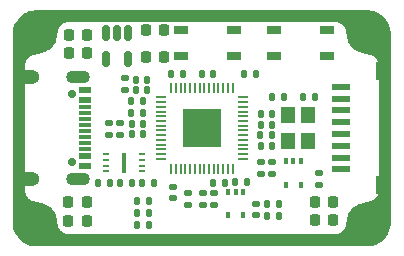
<source format=gbr>
%TF.GenerationSoftware,KiCad,Pcbnew,8.0.8*%
%TF.CreationDate,2025-04-16T19:26:52+02:00*%
%TF.ProjectId,PicoFlash,5069636f-466c-4617-9368-2e6b69636164,1.0*%
%TF.SameCoordinates,Original*%
%TF.FileFunction,Soldermask,Top*%
%TF.FilePolarity,Negative*%
%FSLAX46Y46*%
G04 Gerber Fmt 4.6, Leading zero omitted, Abs format (unit mm)*
G04 Created by KiCad (PCBNEW 8.0.8) date 2025-04-16 19:26:52*
%MOMM*%
%LPD*%
G01*
G04 APERTURE LIST*
G04 Aperture macros list*
%AMRoundRect*
0 Rectangle with rounded corners*
0 $1 Rounding radius*
0 $2 $3 $4 $5 $6 $7 $8 $9 X,Y pos of 4 corners*
0 Add a 4 corners polygon primitive as box body*
4,1,4,$2,$3,$4,$5,$6,$7,$8,$9,$2,$3,0*
0 Add four circle primitives for the rounded corners*
1,1,$1+$1,$2,$3*
1,1,$1+$1,$4,$5*
1,1,$1+$1,$6,$7*
1,1,$1+$1,$8,$9*
0 Add four rect primitives between the rounded corners*
20,1,$1+$1,$2,$3,$4,$5,0*
20,1,$1+$1,$4,$5,$6,$7,0*
20,1,$1+$1,$6,$7,$8,$9,0*
20,1,$1+$1,$8,$9,$2,$3,0*%
G04 Aperture macros list end*
%ADD10C,1.750000*%
%ADD11C,1.000000*%
%ADD12RoundRect,0.140000X0.170000X-0.140000X0.170000X0.140000X-0.170000X0.140000X-0.170000X-0.140000X0*%
%ADD13RoundRect,0.225000X-0.225000X-0.250000X0.225000X-0.250000X0.225000X0.250000X-0.225000X0.250000X0*%
%ADD14RoundRect,0.135000X-0.135000X-0.185000X0.135000X-0.185000X0.135000X0.185000X-0.135000X0.185000X0*%
%ADD15RoundRect,0.135000X0.185000X-0.135000X0.185000X0.135000X-0.185000X0.135000X-0.185000X-0.135000X0*%
%ADD16RoundRect,0.135000X0.135000X0.185000X-0.135000X0.185000X-0.135000X-0.185000X0.135000X-0.185000X0*%
%ADD17RoundRect,0.140000X0.140000X0.170000X-0.140000X0.170000X-0.140000X-0.170000X0.140000X-0.170000X0*%
%ADD18RoundRect,0.135000X-0.185000X0.135000X-0.185000X-0.135000X0.185000X-0.135000X0.185000X0.135000X0*%
%ADD19RoundRect,0.050000X0.050000X-0.387500X0.050000X0.387500X-0.050000X0.387500X-0.050000X-0.387500X0*%
%ADD20RoundRect,0.050000X0.387500X-0.050000X0.387500X0.050000X-0.387500X0.050000X-0.387500X-0.050000X0*%
%ADD21R,3.200000X3.200000*%
%ADD22RoundRect,0.218750X-0.218750X-0.256250X0.218750X-0.256250X0.218750X0.256250X-0.218750X0.256250X0*%
%ADD23R,1.550013X0.600000*%
%ADD24R,1.261722X1.500000*%
%ADD25RoundRect,0.150000X-0.150000X0.512500X-0.150000X-0.512500X0.150000X-0.512500X0.150000X0.512500X0*%
%ADD26R,0.600000X0.280010*%
%ADD27R,0.300000X1.700000*%
%ADD28C,0.700025*%
%ADD29R,1.025032X0.550010*%
%ADD30R,1.025032X0.550012*%
%ADD31R,1.100000X0.300000*%
%ADD32O,2.000000X1.100000*%
%ADD33O,1.800000X1.200000*%
%ADD34R,1.300000X0.700000*%
%ADD35RoundRect,0.140000X-0.170000X0.140000X-0.170000X-0.140000X0.170000X-0.140000X0.170000X0.140000X0*%
%ADD36R,1.200000X1.400000*%
%ADD37RoundRect,0.140000X-0.140000X-0.170000X0.140000X-0.170000X0.140000X0.170000X-0.140000X0.170000X0*%
%ADD38RoundRect,0.218750X0.218750X0.256250X-0.218750X0.256250X-0.218750X-0.256250X0.218750X-0.256250X0*%
%ADD39R,0.398781X0.551181*%
G04 APERTURE END LIST*
D10*
X30875000Y18000000D02*
G75*
G02*
X29125000Y18000000I-875000J0D01*
G01*
X29125000Y18000000D02*
G75*
G02*
X30875000Y18000000I875000J0D01*
G01*
D11*
X31500000Y4750000D02*
G75*
G02*
X29999999Y3250000I-1500000J0D01*
G01*
X30000000Y16750000D02*
G75*
G02*
X31500000Y15250000I0J-1500000D01*
G01*
X500000Y15250000D02*
G75*
G02*
X2000001Y16750000I1500000J0D01*
G01*
X3250000Y18000000D02*
G75*
G02*
X4750000Y19500000I1500000J0D01*
G01*
D10*
X2875000Y2000000D02*
G75*
G02*
X1125000Y2000000I-875000J0D01*
G01*
X1125000Y2000000D02*
G75*
G02*
X2875000Y2000000I875000J0D01*
G01*
X30875000Y2000000D02*
G75*
G02*
X29125000Y2000000I-875000J0D01*
G01*
X29125000Y2000000D02*
G75*
G02*
X30875000Y2000000I875000J0D01*
G01*
D11*
X28750000Y2000000D02*
G75*
G02*
X27250000Y500000I-1500000J0D01*
G01*
X27250000Y19500000D02*
G75*
G02*
X28750000Y17999999I0J-1500000D01*
G01*
X2000000Y3250000D02*
G75*
G02*
X500000Y4750000I0J1500000D01*
G01*
X4750000Y500000D02*
G75*
G02*
X3250000Y2000001I0J1500000D01*
G01*
D10*
X2875000Y18000000D02*
G75*
G02*
X1125000Y18000000I-875000J0D01*
G01*
X1125000Y18000000D02*
G75*
G02*
X2875000Y18000000I875000J0D01*
G01*
D12*
%TO.C,C1*%
X20620000Y2620000D03*
X20620000Y3580000D03*
%TD*%
D13*
%TO.C,C15*%
X11225000Y18300000D03*
X12775000Y18300000D03*
%TD*%
D14*
%TO.C,R20*%
X9040000Y5350000D03*
X10060000Y5350000D03*
%TD*%
D15*
%TO.C,R15*%
X14860000Y3490000D03*
X14860000Y4510000D03*
%TD*%
%TO.C,R16*%
X21000000Y6140000D03*
X21000000Y7160000D03*
%TD*%
D16*
%TO.C,R17*%
X19860000Y5400000D03*
X18840000Y5400000D03*
%TD*%
D14*
%TO.C,R2*%
X21540000Y3550000D03*
X22560000Y3550000D03*
%TD*%
D17*
%TO.C,C3*%
X16980000Y14600000D03*
X16020000Y14600000D03*
%TD*%
D15*
%TO.C,R11*%
X8120000Y9430000D03*
X8120000Y10450000D03*
%TD*%
D18*
%TO.C,R10*%
X9060000Y10450000D03*
X9060000Y9430000D03*
%TD*%
D15*
%TO.C,R13*%
X21950000Y6140000D03*
X21950000Y7160000D03*
%TD*%
D19*
%TO.C,U2*%
X13400000Y6562500D03*
X13800000Y6562500D03*
X14200000Y6562500D03*
X14600000Y6562500D03*
X15000000Y6562500D03*
X15400000Y6562500D03*
X15800000Y6562500D03*
X16200000Y6562500D03*
X16600000Y6562500D03*
X17000000Y6562500D03*
X17400000Y6562500D03*
X17800000Y6562500D03*
X18200000Y6562500D03*
X18600000Y6562500D03*
D20*
X19437500Y7400000D03*
X19437500Y7800000D03*
X19437500Y8200000D03*
X19437500Y8600000D03*
X19437500Y9000000D03*
X19437500Y9400000D03*
X19437500Y9800000D03*
X19437500Y10200000D03*
X19437500Y10600000D03*
X19437500Y11000000D03*
X19437500Y11400000D03*
X19437500Y11800000D03*
X19437500Y12200000D03*
X19437500Y12600000D03*
D19*
X18600000Y13437500D03*
X18200000Y13437500D03*
X17800000Y13437500D03*
X17400000Y13437500D03*
X17000000Y13437500D03*
X16600000Y13437500D03*
X16200000Y13437500D03*
X15800000Y13437500D03*
X15400000Y13437500D03*
X15000000Y13437500D03*
X14600000Y13437500D03*
X14200000Y13437500D03*
X13800000Y13437500D03*
X13400000Y13437500D03*
D20*
X12562500Y12600000D03*
X12562500Y12200000D03*
X12562500Y11800000D03*
X12562500Y11400000D03*
X12562500Y11000000D03*
X12562500Y10600000D03*
X12562500Y10200000D03*
X12562500Y9800000D03*
X12562500Y9400000D03*
X12562500Y9000000D03*
X12562500Y8600000D03*
X12562500Y8200000D03*
X12562500Y7800000D03*
X12562500Y7400000D03*
D21*
X16000000Y10000000D03*
%TD*%
D22*
%TO.C,D2*%
X4712500Y17900000D03*
X6287500Y17900000D03*
%TD*%
D23*
%TO.C,J2*%
X27813246Y6500127D03*
X27811722Y7498095D03*
X27811722Y8498095D03*
X27811722Y9498095D03*
X27813246Y10500127D03*
X27811722Y11498095D03*
X27811722Y12498095D03*
X27813246Y13499873D03*
D24*
X31319139Y14800102D03*
X31319139Y5199898D03*
%TD*%
D22*
%TO.C,D5*%
X4712500Y16350000D03*
X6287500Y16350000D03*
%TD*%
D25*
%TO.C,U1*%
X9750000Y18087500D03*
X8800000Y18087500D03*
X7850000Y18087500D03*
X7850000Y15812500D03*
X9750000Y15812500D03*
%TD*%
D16*
%TO.C,R4*%
X11510000Y1800000D03*
X10490000Y1800000D03*
%TD*%
D14*
%TO.C,R19*%
X19590000Y14600000D03*
X20610000Y14600000D03*
%TD*%
D26*
%TO.C,U4*%
X10907493Y6329936D03*
X10907493Y6830064D03*
X10907493Y7329936D03*
X10907493Y7830064D03*
X7892507Y7830064D03*
X7892507Y7329936D03*
X7892507Y6830064D03*
X7892507Y6329936D03*
D27*
X9400000Y7080000D03*
%TD*%
D16*
%TO.C,R24*%
X10990000Y11320000D03*
X9970000Y11320000D03*
%TD*%
D12*
%TO.C,C16*%
X25940000Y5200000D03*
X25940000Y6160000D03*
%TD*%
D14*
%TO.C,R1*%
X21540000Y2600000D03*
X22560000Y2600000D03*
%TD*%
D28*
%TO.C,J10*%
X5004928Y12889891D03*
X5004928Y7109855D03*
D29*
X6112516Y13200024D03*
D30*
X6112516Y12399924D03*
D31*
X6075032Y11749936D03*
X6075032Y11249809D03*
X6075032Y10749936D03*
X6075032Y10250064D03*
X6075032Y9749936D03*
X6075032Y9250064D03*
X6075032Y8749936D03*
X6075032Y8249809D03*
D30*
X6112516Y7599822D03*
X6112516Y6799975D03*
D32*
X5525121Y14324994D03*
D33*
X1324968Y14324994D03*
D32*
X5525121Y5675006D03*
D33*
X1324968Y5675006D03*
%TD*%
D16*
%TO.C,R25*%
X10990000Y12260000D03*
X9970000Y12260000D03*
%TD*%
D34*
%TO.C,U5*%
X18749987Y16124943D03*
X14250013Y16124943D03*
X18749987Y18275057D03*
X14250013Y18275057D03*
%TD*%
D18*
%TO.C,R6*%
X9450000Y14210000D03*
X9450000Y13190000D03*
%TD*%
D15*
%TO.C,R14*%
X16100000Y3490000D03*
X16100000Y4510000D03*
%TD*%
D35*
%TO.C,C8*%
X13570000Y5020000D03*
X13570000Y4060000D03*
%TD*%
D17*
%TO.C,C7*%
X11030000Y9470000D03*
X10070000Y9470000D03*
%TD*%
D36*
%TO.C,Y1*%
X25010013Y8949924D03*
X25010013Y11150076D03*
X23309987Y11150076D03*
X23309987Y8949924D03*
%TD*%
D17*
%TO.C,C6*%
X8180000Y5350000D03*
X7220000Y5350000D03*
%TD*%
D37*
%TO.C,C19*%
X20970000Y8445800D03*
X21930000Y8445800D03*
%TD*%
D14*
%TO.C,R12*%
X20920000Y9380000D03*
X21940000Y9380000D03*
%TD*%
D17*
%TO.C,C20*%
X22930000Y12650000D03*
X21970000Y12650000D03*
%TD*%
D37*
%TO.C,C4*%
X13420000Y14600000D03*
X14380000Y14600000D03*
%TD*%
D14*
%TO.C,R7*%
X10940000Y5350000D03*
X11960000Y5350000D03*
%TD*%
D22*
%TO.C,D6*%
X4662500Y2100000D03*
X6237500Y2100000D03*
%TD*%
D16*
%TO.C,R5*%
X11510000Y3800000D03*
X10490000Y3800000D03*
%TD*%
D17*
%TO.C,C9*%
X11380000Y13190000D03*
X10420000Y13190000D03*
%TD*%
D34*
%TO.C,U8*%
X26599987Y16124943D03*
X22100013Y16124943D03*
X26599987Y18275057D03*
X22100013Y18275057D03*
%TD*%
D37*
%TO.C,C18*%
X20970000Y11225800D03*
X21930000Y11225800D03*
%TD*%
D38*
%TO.C,D1*%
X27137500Y2200000D03*
X25562500Y2200000D03*
%TD*%
D17*
%TO.C,C11*%
X11380000Y14110000D03*
X10420000Y14110000D03*
%TD*%
D13*
%TO.C,C14*%
X11225000Y16050000D03*
X12775000Y16050000D03*
%TD*%
D22*
%TO.C,D7*%
X4662500Y3750000D03*
X6237500Y3750000D03*
%TD*%
D38*
%TO.C,D4*%
X27137500Y3750000D03*
X25562500Y3750000D03*
%TD*%
D37*
%TO.C,C10*%
X16970000Y5390000D03*
X17930000Y5390000D03*
%TD*%
D39*
%TO.C,U3*%
X19485001Y4590602D03*
X18850000Y4590602D03*
X18189599Y4590602D03*
X18189599Y2609398D03*
X19510401Y2609398D03*
%TD*%
D16*
%TO.C,R3*%
X11510000Y2800000D03*
X10490000Y2800000D03*
%TD*%
D39*
%TO.C,U6*%
X24385001Y7190602D03*
X23750000Y7190602D03*
X23089599Y7190602D03*
X23089599Y5209398D03*
X24410401Y5209398D03*
%TD*%
D15*
%TO.C,R9*%
X17050000Y3490000D03*
X17050000Y4510000D03*
%TD*%
D16*
%TO.C,R18*%
X25560000Y12650000D03*
X24540000Y12650000D03*
%TD*%
D37*
%TO.C,C2*%
X20970000Y10305800D03*
X21930000Y10305800D03*
%TD*%
D17*
%TO.C,C17*%
X11030000Y10390000D03*
X10070000Y10390000D03*
%TD*%
G36*
X943039Y1230315D02*
G01*
X988794Y1177511D01*
X1000000Y1126000D01*
X1000000Y1000000D01*
X1652374Y1000000D01*
X1688139Y992897D01*
X1688641Y994549D01*
X1694471Y992780D01*
X1896828Y952529D01*
X1896831Y952528D01*
X2103169Y952528D01*
X2103171Y952529D01*
X2305528Y992780D01*
X2311359Y994549D01*
X2311860Y992897D01*
X2347626Y1000000D01*
X29652374Y1000000D01*
X29688139Y992897D01*
X29688641Y994549D01*
X29694471Y992780D01*
X29896828Y952529D01*
X29896831Y952528D01*
X30103169Y952528D01*
X30103171Y952529D01*
X30305528Y992780D01*
X30311359Y994549D01*
X30311860Y992897D01*
X30347626Y1000000D01*
X31000000Y1000000D01*
X31000000Y1126000D01*
X31019685Y1193039D01*
X31072489Y1238794D01*
X31124000Y1250000D01*
X31660429Y1250000D01*
X31727468Y1230315D01*
X31773223Y1177511D01*
X31783167Y1108353D01*
X31773224Y1074489D01*
X31761285Y1048346D01*
X31752805Y1032817D01*
X31607922Y807376D01*
X31597320Y793213D01*
X31421827Y590683D01*
X31409317Y578173D01*
X31206787Y402680D01*
X31192624Y392078D01*
X30967183Y247195D01*
X30951654Y238716D01*
X30707887Y127392D01*
X30691311Y121209D01*
X30434185Y45710D01*
X30416897Y41949D01*
X30150536Y3652D01*
X30135101Y2410D01*
X30001122Y20D01*
X29998910Y0D01*
X2001090Y0D01*
X1998878Y20D01*
X1864898Y2410D01*
X1849463Y3652D01*
X1583102Y41949D01*
X1565814Y45710D01*
X1308688Y121209D01*
X1292112Y127392D01*
X1048345Y238716D01*
X1032816Y247195D01*
X807375Y392078D01*
X793212Y402680D01*
X590682Y578173D01*
X578172Y590683D01*
X402679Y793213D01*
X392077Y807376D01*
X247194Y1032817D01*
X238713Y1048349D01*
X226775Y1074492D01*
X216834Y1143651D01*
X245861Y1207206D01*
X304640Y1244978D01*
X339571Y1250000D01*
X876000Y1250000D01*
X943039Y1230315D01*
G37*
G36*
X1207204Y19754141D02*
G01*
X1244978Y19695363D01*
X1250000Y19660430D01*
X1250000Y19124000D01*
X1230315Y19056961D01*
X1177511Y19011206D01*
X1126000Y19000000D01*
X1000000Y19000000D01*
X1000000Y18347626D01*
X992896Y18311861D01*
X994549Y18311359D01*
X992779Y18305529D01*
X952528Y18103172D01*
X952528Y17896829D01*
X992780Y17694471D01*
X994551Y17688633D01*
X992874Y17688125D01*
X1000000Y17652373D01*
X1000000Y2347626D01*
X992896Y2311861D01*
X994549Y2311359D01*
X992779Y2305529D01*
X952528Y2103172D01*
X952528Y1896829D01*
X992780Y1694471D01*
X994551Y1688633D01*
X992874Y1688125D01*
X1000000Y1652373D01*
X1000000Y1000000D01*
X1126000Y1000000D01*
X1193039Y980315D01*
X1238794Y927511D01*
X1250000Y876000D01*
X1250000Y339572D01*
X1230315Y272533D01*
X1177511Y226778D01*
X1108353Y216834D01*
X1074492Y226776D01*
X1048345Y238716D01*
X1032813Y247197D01*
X807375Y392078D01*
X793212Y402680D01*
X590682Y578173D01*
X578172Y590683D01*
X402679Y793213D01*
X392077Y807376D01*
X247194Y1032817D01*
X238715Y1048346D01*
X127391Y1292113D01*
X121208Y1308689D01*
X45709Y1565815D01*
X41948Y1583103D01*
X3651Y1849464D01*
X2409Y1864900D01*
X20Y1998879D01*
X0Y2001090D01*
X0Y17998911D01*
X20Y18001122D01*
X2409Y18135101D01*
X3651Y18150537D01*
X41948Y18416898D01*
X45709Y18434186D01*
X121208Y18691312D01*
X127391Y18707888D01*
X238715Y18951655D01*
X247194Y18967184D01*
X392077Y19192625D01*
X402679Y19206788D01*
X578172Y19409318D01*
X590682Y19421828D01*
X793212Y19597321D01*
X807375Y19607923D01*
X1032816Y19752806D01*
X1048347Y19761286D01*
X1074491Y19773225D01*
X1143649Y19783168D01*
X1207204Y19754141D01*
G37*
G36*
X30925511Y19773225D02*
G01*
X30951654Y19761286D01*
X30967183Y19752806D01*
X31192624Y19607923D01*
X31206787Y19597321D01*
X31409317Y19421828D01*
X31421827Y19409318D01*
X31597320Y19206788D01*
X31607922Y19192625D01*
X31752805Y18967184D01*
X31761284Y18951655D01*
X31872608Y18707888D01*
X31878791Y18691312D01*
X31954290Y18434186D01*
X31958051Y18416898D01*
X31996348Y18150537D01*
X31997590Y18135102D01*
X31999980Y18001123D01*
X32000000Y17998911D01*
X32000000Y2001090D01*
X31999980Y1998878D01*
X31997590Y1864899D01*
X31996348Y1849464D01*
X31958051Y1583103D01*
X31954290Y1565815D01*
X31878791Y1308689D01*
X31872608Y1292113D01*
X31761284Y1048346D01*
X31752805Y1032817D01*
X31607922Y807376D01*
X31597320Y793213D01*
X31421827Y590683D01*
X31409317Y578173D01*
X31206787Y402680D01*
X31192624Y392078D01*
X30967186Y247197D01*
X30951656Y238717D01*
X30925510Y226777D01*
X30856351Y216834D01*
X30792796Y245860D01*
X30755022Y304639D01*
X30750000Y339572D01*
X30750000Y876000D01*
X30769685Y943039D01*
X30822489Y988794D01*
X30874000Y1000000D01*
X31000000Y1000000D01*
X31000000Y1652373D01*
X31007125Y1688125D01*
X31005449Y1688633D01*
X31007219Y1694471D01*
X31047470Y1896824D01*
X31047471Y1896837D01*
X31049999Y2000000D01*
X31047471Y2103164D01*
X31047470Y2103177D01*
X31007220Y2305529D01*
X31005451Y2311359D01*
X31007103Y2311861D01*
X31000000Y2347626D01*
X31000000Y17652373D01*
X31007125Y17688125D01*
X31005449Y17688633D01*
X31007219Y17694471D01*
X31047470Y17896824D01*
X31047471Y17896837D01*
X31049999Y18000000D01*
X31047471Y18103164D01*
X31047470Y18103177D01*
X31007220Y18305529D01*
X31005451Y18311359D01*
X31007103Y18311861D01*
X31000000Y18347626D01*
X31000000Y19000000D01*
X30874000Y19000000D01*
X30806961Y19019685D01*
X30761206Y19072489D01*
X30750000Y19124000D01*
X30750000Y19660430D01*
X30769685Y19727469D01*
X30822489Y19773224D01*
X30891647Y19783168D01*
X30925511Y19773225D01*
G37*
G36*
X30001121Y19999980D02*
G01*
X30135100Y19997591D01*
X30150536Y19996349D01*
X30416897Y19958052D01*
X30434185Y19954291D01*
X30691311Y19878792D01*
X30707887Y19872609D01*
X30951654Y19761285D01*
X30967183Y19752806D01*
X31192624Y19607923D01*
X31206787Y19597321D01*
X31409317Y19421828D01*
X31421827Y19409318D01*
X31597320Y19206788D01*
X31607922Y19192625D01*
X31752805Y18967184D01*
X31761285Y18951653D01*
X31773224Y18925509D01*
X31783167Y18856351D01*
X31754140Y18792796D01*
X31695362Y18755022D01*
X31660429Y18750000D01*
X31124000Y18750000D01*
X31056961Y18769685D01*
X31011206Y18822489D01*
X31000000Y18874000D01*
X31000000Y19000000D01*
X30347626Y19000000D01*
X30311860Y19007104D01*
X30311359Y19005451D01*
X30305528Y19007221D01*
X30103170Y19047472D01*
X29896830Y19047472D01*
X29694471Y19007221D01*
X29688641Y19005451D01*
X29688139Y19007104D01*
X29652374Y19000000D01*
X2347626Y19000000D01*
X2311860Y19007104D01*
X2311359Y19005451D01*
X2305528Y19007221D01*
X2103170Y19047472D01*
X1896830Y19047472D01*
X1694471Y19007221D01*
X1688641Y19005451D01*
X1688139Y19007104D01*
X1652374Y19000000D01*
X1000000Y19000000D01*
X1000000Y18874000D01*
X980315Y18806961D01*
X927511Y18761206D01*
X876000Y18750000D01*
X339571Y18750000D01*
X272532Y18769685D01*
X226777Y18822489D01*
X216833Y18891647D01*
X226774Y18925506D01*
X238712Y18951650D01*
X247194Y18967184D01*
X392077Y19192625D01*
X402679Y19206788D01*
X578172Y19409318D01*
X590682Y19421828D01*
X793212Y19597321D01*
X807375Y19607923D01*
X1032816Y19752806D01*
X1048345Y19761285D01*
X1292112Y19872609D01*
X1308688Y19878792D01*
X1565814Y19954291D01*
X1583102Y19958052D01*
X1849463Y19996349D01*
X1864899Y19997591D01*
X1998879Y19999980D01*
X2001090Y20000000D01*
X29998910Y20000000D01*
X30001121Y19999980D01*
G37*
M02*

</source>
